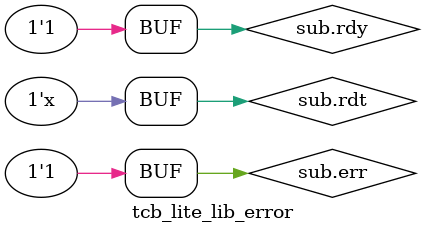
<source format=sv>

module tcb_lite_lib_error (
    // system bus interface
    tcb_lite_if.sub sub
);

////////////////////////////////////////////////////////////////////////////////
// TCB access
////////////////////////////////////////////////////////////////////////////////

    // response is immediate
    assign sub.rdy = 1'b1;

    // read data is don't care
    assign sub.rdt = 'x;

    // the response status is always an error
    assign sub.err = 1'b1;

endmodule: tcb_lite_lib_error

</source>
